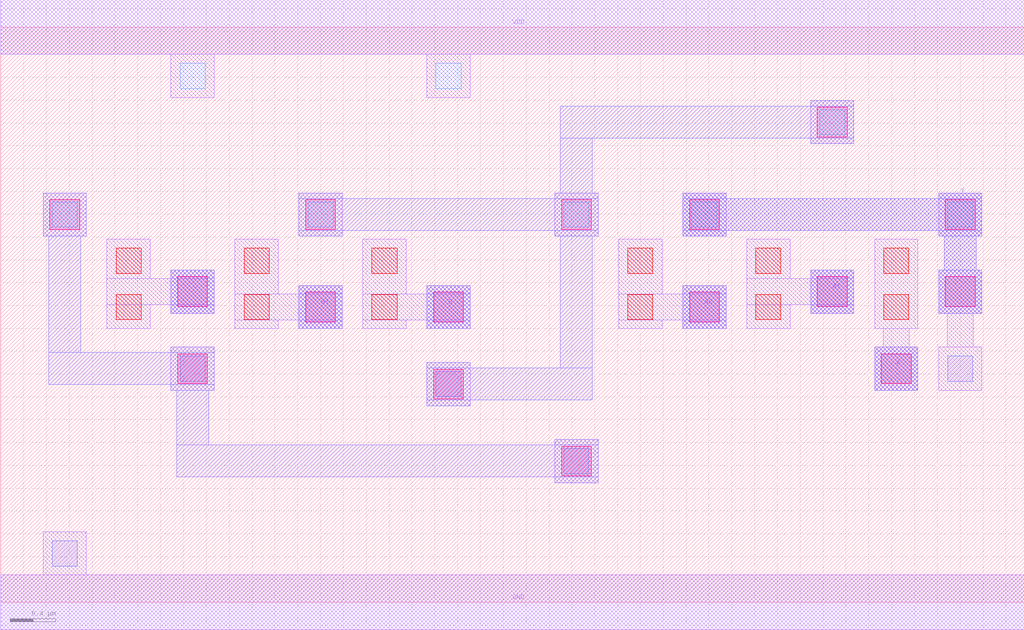
<source format=lef>
MACRO AAOAI321
 CLASS CORE ;
 FOREIGN AAOAI321 0 0 ;
 SIZE 8.96 BY 5.04 ;
 ORIGIN 0 0 ;
 SYMMETRY X Y R90 ;
 SITE unit ;
  PIN VDD
   DIRECTION INOUT ;
   USE POWER ;
   SHAPE ABUTMENT ;
    PORT
     CLASS CORE ;
       LAYER met1 ;
        RECT 0.00000000 4.80000000 8.96000000 5.28000000 ;
    END
  END VDD

  PIN GND
   DIRECTION INOUT ;
   USE POWER ;
   SHAPE ABUTMENT ;
    PORT
     CLASS CORE ;
       LAYER met1 ;
        RECT 0.00000000 -0.24000000 8.96000000 0.24000000 ;
    END
  END GND

  PIN Y
   DIRECTION INOUT ;
   USE SIGNAL ;
   SHAPE ABUTMENT ;
    PORT
     CLASS CORE ;
       LAYER met2 ;
        RECT 8.21000000 2.53200000 8.59000000 2.91200000 ;
        RECT 8.26000000 2.91200000 8.54000000 3.20700000 ;
        RECT 5.97000000 3.20700000 6.35000000 3.25700000 ;
        RECT 8.21000000 3.20700000 8.59000000 3.25700000 ;
        RECT 5.97000000 3.25700000 8.59000000 3.53700000 ;
        RECT 5.97000000 3.53700000 6.35000000 3.58700000 ;
        RECT 8.21000000 3.53700000 8.59000000 3.58700000 ;
    END
  END Y

  PIN C
   DIRECTION INOUT ;
   USE SIGNAL ;
   SHAPE ABUTMENT ;
    PORT
     CLASS CORE ;
       LAYER met2 ;
        RECT 1.49000000 2.53200000 1.87000000 2.91200000 ;
    END
  END C

  PIN A2
   DIRECTION INOUT ;
   USE SIGNAL ;
   SHAPE ABUTMENT ;
    PORT
     CLASS CORE ;
       LAYER met2 ;
        RECT 5.97000000 2.39700000 6.35000000 2.77700000 ;
    END
  END A2

  PIN B1
   DIRECTION INOUT ;
   USE SIGNAL ;
   SHAPE ABUTMENT ;
    PORT
     CLASS CORE ;
       LAYER met2 ;
        RECT 2.61000000 2.39700000 2.99000000 2.77700000 ;
    END
  END B1

  PIN A1
   DIRECTION INOUT ;
   USE SIGNAL ;
   SHAPE ABUTMENT ;
    PORT
     CLASS CORE ;
       LAYER met2 ;
        RECT 7.09000000 2.53200000 7.47000000 2.91200000 ;
    END
  END A1

  PIN A
   DIRECTION INOUT ;
   USE SIGNAL ;
   SHAPE ABUTMENT ;
    PORT
     CLASS CORE ;
       LAYER met2 ;
        RECT 7.65000000 1.85700000 8.03000000 2.23700000 ;
    END
  END A

  PIN B
   DIRECTION INOUT ;
   USE SIGNAL ;
   SHAPE ABUTMENT ;
    PORT
     CLASS CORE ;
       LAYER met2 ;
        RECT 3.73000000 2.39700000 4.11000000 2.77700000 ;
    END
  END B

 OBS
    LAYER polycont ;
     RECT 1.01000000 2.47700000 1.23000000 2.69700000 ;
     RECT 2.13000000 2.47700000 2.35000000 2.69700000 ;
     RECT 3.25000000 2.47700000 3.47000000 2.69700000 ;
     RECT 5.49000000 2.47700000 5.71000000 2.69700000 ;
     RECT 6.61000000 2.47700000 6.83000000 2.69700000 ;
     RECT 7.73000000 2.47700000 7.95000000 2.69700000 ;
     RECT 1.01000000 2.88200000 1.23000000 3.10200000 ;
     RECT 2.13000000 2.88200000 2.35000000 3.10200000 ;
     RECT 3.25000000 2.88200000 3.47000000 3.10200000 ;
     RECT 5.49000000 2.88200000 5.71000000 3.10200000 ;
     RECT 6.61000000 2.88200000 6.83000000 3.10200000 ;
     RECT 7.73000000 2.88200000 7.95000000 3.10200000 ;

    LAYER pdiffc ;
     RECT 0.45000000 3.28700000 0.67000000 3.50700000 ;
     RECT 2.69000000 3.28700000 2.91000000 3.50700000 ;
     RECT 4.93000000 3.28700000 5.15000000 3.50700000 ;
     RECT 6.05000000 3.28700000 6.27000000 3.50700000 ;
     RECT 8.29000000 3.28700000 8.51000000 3.50700000 ;
     RECT 7.17000000 4.09700000 7.39000000 4.31700000 ;
     RECT 1.57000000 4.50200000 1.79000000 4.72200000 ;
     RECT 3.81000000 4.50200000 4.03000000 4.72200000 ;

    LAYER ndiffc ;
     RECT 0.45000000 0.31700000 0.67000000 0.53700000 ;
     RECT 4.93000000 1.12700000 5.15000000 1.34700000 ;
     RECT 3.81000000 1.80200000 4.03000000 2.02200000 ;
     RECT 1.57000000 1.93700000 1.79000000 2.15700000 ;
     RECT 8.29000000 1.93700000 8.51000000 2.15700000 ;

    LAYER met1 ;
     RECT 0.00000000 -0.24000000 8.96000000 0.24000000 ;
     RECT 0.37000000 0.24000000 0.75000000 0.61700000 ;
     RECT 4.85000000 1.04700000 5.23000000 1.42700000 ;
     RECT 3.73000000 1.72200000 4.11000000 2.10200000 ;
     RECT 1.49000000 1.85700000 1.87000000 2.23700000 ;
     RECT 8.21000000 1.85700000 8.59000000 2.23700000 ;
     RECT 8.28500000 2.23700000 8.51500000 2.53200000 ;
     RECT 8.21000000 2.53200000 8.59000000 2.91200000 ;
     RECT 0.93000000 2.39700000 1.31000000 2.60700000 ;
     RECT 1.49000000 2.53200000 1.87000000 2.60700000 ;
     RECT 0.93000000 2.60700000 1.87000000 2.83700000 ;
     RECT 1.49000000 2.83700000 1.87000000 2.91200000 ;
     RECT 0.93000000 2.83700000 1.31000000 3.18200000 ;
     RECT 2.05000000 2.39700000 2.43000000 2.47200000 ;
     RECT 2.61000000 2.39700000 2.99000000 2.47200000 ;
     RECT 2.05000000 2.47200000 2.99000000 2.70200000 ;
     RECT 2.61000000 2.70200000 2.99000000 2.77700000 ;
     RECT 2.05000000 2.70200000 2.43000000 3.18200000 ;
     RECT 3.17000000 2.39700000 3.55000000 2.47200000 ;
     RECT 3.73000000 2.39700000 4.11000000 2.47200000 ;
     RECT 3.17000000 2.47200000 4.11000000 2.70200000 ;
     RECT 3.73000000 2.70200000 4.11000000 2.77700000 ;
     RECT 3.17000000 2.70200000 3.55000000 3.18200000 ;
     RECT 5.41000000 2.39700000 5.79000000 2.47200000 ;
     RECT 5.97000000 2.39700000 6.35000000 2.47200000 ;
     RECT 5.41000000 2.47200000 6.35000000 2.70200000 ;
     RECT 5.97000000 2.70200000 6.35000000 2.77700000 ;
     RECT 5.41000000 2.70200000 5.79000000 3.18200000 ;
     RECT 6.53000000 2.39700000 6.91000000 2.60700000 ;
     RECT 7.09000000 2.53200000 7.47000000 2.60700000 ;
     RECT 6.53000000 2.60700000 7.47000000 2.83700000 ;
     RECT 7.09000000 2.83700000 7.47000000 2.91200000 ;
     RECT 6.53000000 2.83700000 6.91000000 3.18200000 ;
     RECT 7.65000000 1.85700000 8.03000000 2.23700000 ;
     RECT 7.72500000 2.23700000 7.95500000 2.39700000 ;
     RECT 7.65000000 2.39700000 8.03000000 3.18200000 ;
     RECT 0.37000000 3.20700000 0.75000000 3.58700000 ;
     RECT 2.61000000 3.20700000 2.99000000 3.58700000 ;
     RECT 4.85000000 3.20700000 5.23000000 3.58700000 ;
     RECT 5.97000000 3.20700000 6.35000000 3.58700000 ;
     RECT 8.21000000 3.20700000 8.59000000 3.58700000 ;
     RECT 7.09000000 4.01700000 7.47000000 4.39700000 ;
     RECT 1.49000000 4.42200000 1.87000000 4.80000000 ;
     RECT 3.73000000 4.42200000 4.11000000 4.80000000 ;
     RECT 0.00000000 4.80000000 8.96000000 5.28000000 ;

    LAYER via1 ;
     RECT 4.91000000 1.10700000 5.17000000 1.36700000 ;
     RECT 3.79000000 1.78200000 4.05000000 2.04200000 ;
     RECT 1.55000000 1.91700000 1.81000000 2.17700000 ;
     RECT 7.71000000 1.91700000 7.97000000 2.17700000 ;
     RECT 2.67000000 2.45700000 2.93000000 2.71700000 ;
     RECT 3.79000000 2.45700000 4.05000000 2.71700000 ;
     RECT 6.03000000 2.45700000 6.29000000 2.71700000 ;
     RECT 1.55000000 2.59200000 1.81000000 2.85200000 ;
     RECT 7.15000000 2.59200000 7.41000000 2.85200000 ;
     RECT 8.27000000 2.59200000 8.53000000 2.85200000 ;
     RECT 0.43000000 3.26700000 0.69000000 3.52700000 ;
     RECT 2.67000000 3.26700000 2.93000000 3.52700000 ;
     RECT 4.91000000 3.26700000 5.17000000 3.52700000 ;
     RECT 6.03000000 3.26700000 6.29000000 3.52700000 ;
     RECT 8.27000000 3.26700000 8.53000000 3.52700000 ;
     RECT 7.15000000 4.07700000 7.41000000 4.33700000 ;

    LAYER met2 ;
     RECT 7.65000000 1.85700000 8.03000000 2.23700000 ;
     RECT 2.61000000 2.39700000 2.99000000 2.77700000 ;
     RECT 3.73000000 2.39700000 4.11000000 2.77700000 ;
     RECT 5.97000000 2.39700000 6.35000000 2.77700000 ;
     RECT 1.49000000 2.53200000 1.87000000 2.91200000 ;
     RECT 7.09000000 2.53200000 7.47000000 2.91200000 ;
     RECT 4.85000000 1.04700000 5.23000000 1.09700000 ;
     RECT 1.54000000 1.09700000 5.23000000 1.37700000 ;
     RECT 4.85000000 1.37700000 5.23000000 1.42700000 ;
     RECT 1.54000000 1.37700000 1.82000000 1.85700000 ;
     RECT 1.49000000 1.85700000 1.87000000 1.90700000 ;
     RECT 0.42000000 1.90700000 1.87000000 2.18700000 ;
     RECT 1.49000000 2.18700000 1.87000000 2.23700000 ;
     RECT 0.42000000 2.18700000 0.70000000 3.20700000 ;
     RECT 0.37000000 3.20700000 0.75000000 3.58700000 ;
     RECT 8.21000000 2.53200000 8.59000000 2.91200000 ;
     RECT 8.26000000 2.91200000 8.54000000 3.20700000 ;
     RECT 5.97000000 3.20700000 6.35000000 3.25700000 ;
     RECT 8.21000000 3.20700000 8.59000000 3.25700000 ;
     RECT 5.97000000 3.25700000 8.59000000 3.53700000 ;
     RECT 5.97000000 3.53700000 6.35000000 3.58700000 ;
     RECT 8.21000000 3.53700000 8.59000000 3.58700000 ;
     RECT 3.73000000 1.72200000 4.11000000 1.77200000 ;
     RECT 3.73000000 1.77200000 5.18000000 2.05200000 ;
     RECT 3.73000000 2.05200000 4.11000000 2.10200000 ;
     RECT 4.90000000 2.05200000 5.18000000 3.20700000 ;
     RECT 2.61000000 3.20700000 2.99000000 3.25700000 ;
     RECT 4.85000000 3.20700000 5.23000000 3.25700000 ;
     RECT 2.61000000 3.25700000 5.23000000 3.53700000 ;
     RECT 2.61000000 3.53700000 2.99000000 3.58700000 ;
     RECT 4.85000000 3.53700000 5.23000000 3.58700000 ;
     RECT 4.90000000 3.58700000 5.18000000 4.06700000 ;
     RECT 7.09000000 4.01700000 7.47000000 4.06700000 ;
     RECT 4.90000000 4.06700000 7.47000000 4.34700000 ;
     RECT 7.09000000 4.34700000 7.47000000 4.39700000 ;

 END
END AAOAI321

</source>
